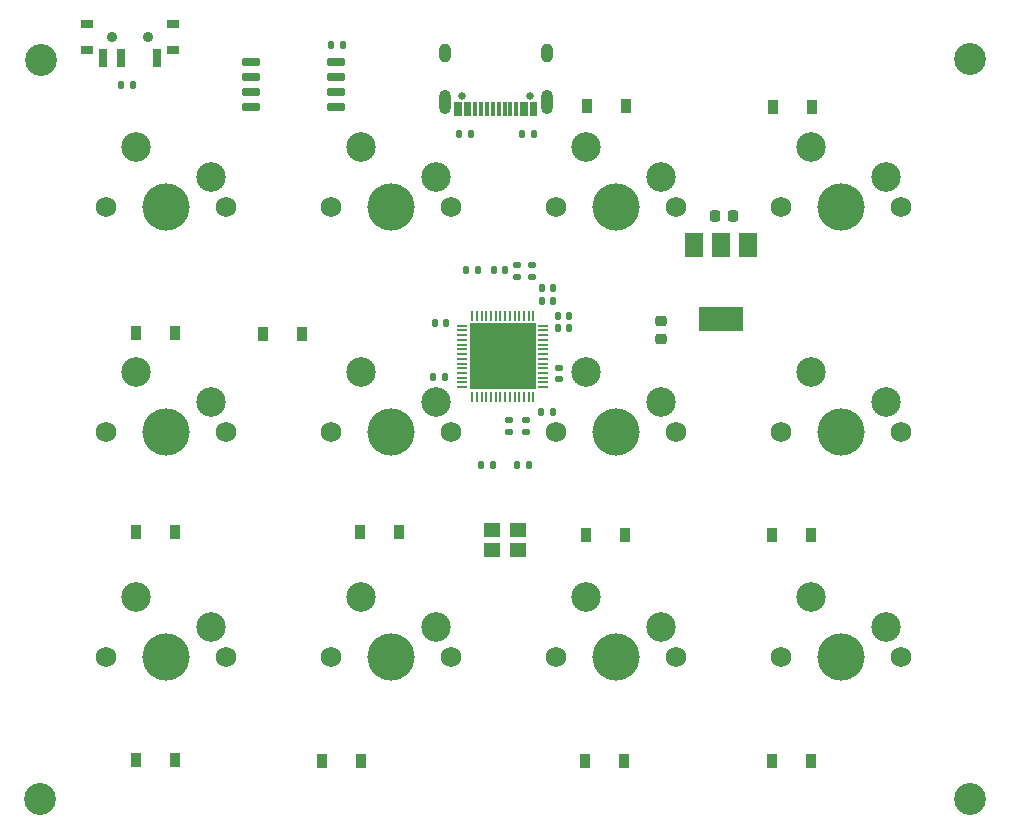
<source format=gbr>
%TF.GenerationSoftware,KiCad,Pcbnew,(6.0.10)*%
%TF.CreationDate,2023-01-10T16:59:13+01:00*%
%TF.ProjectId,rp2040_keyboard,72703230-3430-45f6-9b65-79626f617264,rev?*%
%TF.SameCoordinates,Original*%
%TF.FileFunction,Soldermask,Top*%
%TF.FilePolarity,Negative*%
%FSLAX46Y46*%
G04 Gerber Fmt 4.6, Leading zero omitted, Abs format (unit mm)*
G04 Created by KiCad (PCBNEW (6.0.10)) date 2023-01-10 16:59:13*
%MOMM*%
%LPD*%
G01*
G04 APERTURE LIST*
G04 Aperture macros list*
%AMRoundRect*
0 Rectangle with rounded corners*
0 $1 Rounding radius*
0 $2 $3 $4 $5 $6 $7 $8 $9 X,Y pos of 4 corners*
0 Add a 4 corners polygon primitive as box body*
4,1,4,$2,$3,$4,$5,$6,$7,$8,$9,$2,$3,0*
0 Add four circle primitives for the rounded corners*
1,1,$1+$1,$2,$3*
1,1,$1+$1,$4,$5*
1,1,$1+$1,$6,$7*
1,1,$1+$1,$8,$9*
0 Add four rect primitives between the rounded corners*
20,1,$1+$1,$2,$3,$4,$5,0*
20,1,$1+$1,$4,$5,$6,$7,0*
20,1,$1+$1,$6,$7,$8,$9,0*
20,1,$1+$1,$8,$9,$2,$3,0*%
G04 Aperture macros list end*
%ADD10C,1.750000*%
%ADD11C,4.000000*%
%ADD12C,2.500000*%
%ADD13R,0.700000X1.500000*%
%ADD14R,1.000000X0.800000*%
%ADD15C,0.900000*%
%ADD16C,2.700000*%
%ADD17RoundRect,0.135000X0.185000X-0.135000X0.185000X0.135000X-0.185000X0.135000X-0.185000X-0.135000X0*%
%ADD18R,0.900000X1.200000*%
%ADD19RoundRect,0.140000X0.140000X0.170000X-0.140000X0.170000X-0.140000X-0.170000X0.140000X-0.170000X0*%
%ADD20RoundRect,0.140000X0.170000X-0.140000X0.170000X0.140000X-0.170000X0.140000X-0.170000X-0.140000X0*%
%ADD21RoundRect,0.225000X-0.225000X-0.250000X0.225000X-0.250000X0.225000X0.250000X-0.225000X0.250000X0*%
%ADD22R,1.500000X2.000000*%
%ADD23R,3.800000X2.000000*%
%ADD24RoundRect,0.140000X-0.140000X-0.170000X0.140000X-0.170000X0.140000X0.170000X-0.140000X0.170000X0*%
%ADD25RoundRect,0.135000X-0.135000X-0.185000X0.135000X-0.185000X0.135000X0.185000X-0.135000X0.185000X0*%
%ADD26C,0.650000*%
%ADD27R,0.300000X1.150000*%
%ADD28O,1.000000X2.100000*%
%ADD29O,1.000000X1.600000*%
%ADD30RoundRect,0.140000X-0.170000X0.140000X-0.170000X-0.140000X0.170000X-0.140000X0.170000X0.140000X0*%
%ADD31RoundRect,0.135000X0.135000X0.185000X-0.135000X0.185000X-0.135000X-0.185000X0.135000X-0.185000X0*%
%ADD32RoundRect,0.150000X-0.650000X-0.150000X0.650000X-0.150000X0.650000X0.150000X-0.650000X0.150000X0*%
%ADD33RoundRect,0.225000X-0.250000X0.225000X-0.250000X-0.225000X0.250000X-0.225000X0.250000X0.225000X0*%
%ADD34RoundRect,0.050000X-0.387500X-0.050000X0.387500X-0.050000X0.387500X0.050000X-0.387500X0.050000X0*%
%ADD35RoundRect,0.050000X-0.050000X-0.387500X0.050000X-0.387500X0.050000X0.387500X-0.050000X0.387500X0*%
%ADD36R,5.600000X5.600000*%
%ADD37R,1.400000X1.200000*%
G04 APERTURE END LIST*
D10*
%TO.C,SW1*%
X111506000Y-59690000D03*
D11*
X116586000Y-59690000D03*
D10*
X121666000Y-59690000D03*
D12*
X120396000Y-57150000D03*
X114046000Y-54610000D03*
%TD*%
D13*
%TO.C,SW13*%
X54138000Y-47091600D03*
X55638000Y-47091600D03*
X58638000Y-47091600D03*
D14*
X52738000Y-44231600D03*
X60038000Y-46441600D03*
X52738000Y-46441600D03*
D15*
X57888000Y-45331600D03*
X54888000Y-45331600D03*
D14*
X60038000Y-44231600D03*
%TD*%
D16*
%TO.C,H4*%
X48768000Y-109829600D03*
%TD*%
%TO.C,H3*%
X127508000Y-109829600D03*
%TD*%
%TO.C,H2*%
X127508000Y-47167800D03*
%TD*%
%TO.C,H1*%
X48869600Y-47244000D03*
%TD*%
D17*
%TO.C,R1*%
X89174000Y-65583000D03*
X89174000Y-64563000D03*
%TD*%
D18*
%TO.C,D2*%
X95098600Y-51130200D03*
X98398600Y-51130200D03*
%TD*%
D19*
%TO.C,C12*%
X87094000Y-81534000D03*
X86134000Y-81534000D03*
%TD*%
%TO.C,C1*%
X88138000Y-65024000D03*
X87178000Y-65024000D03*
%TD*%
%TO.C,C5*%
X83030000Y-74066400D03*
X82070000Y-74066400D03*
%TD*%
D20*
%TO.C,C8*%
X89916000Y-78712000D03*
X89916000Y-77752000D03*
%TD*%
D21*
%TO.C,C14*%
X105905000Y-60452000D03*
X107455000Y-60452000D03*
%TD*%
D22*
%TO.C,U2*%
X108726000Y-62890000D03*
X106426000Y-62890000D03*
D23*
X106426000Y-69190000D03*
D22*
X104126000Y-62890000D03*
%TD*%
D18*
%TO.C,D5*%
X110719600Y-87503000D03*
X114019600Y-87503000D03*
%TD*%
%TO.C,D6*%
X98297000Y-87503000D03*
X94997000Y-87503000D03*
%TD*%
%TO.C,D8*%
X60171600Y-87223600D03*
X56871600Y-87223600D03*
%TD*%
D17*
%TO.C,R2*%
X90424000Y-65583000D03*
X90424000Y-64563000D03*
%TD*%
D24*
%TO.C,C10*%
X91242000Y-66576000D03*
X92202000Y-66576000D03*
%TD*%
D18*
%TO.C,D1*%
X110795800Y-51231800D03*
X114095800Y-51231800D03*
%TD*%
D25*
%TO.C,R7*%
X56669400Y-49403000D03*
X55649400Y-49403000D03*
%TD*%
%TO.C,R4*%
X90629200Y-53492400D03*
X89609200Y-53492400D03*
%TD*%
D26*
%TO.C,J1*%
X90240000Y-50331600D03*
X84460000Y-50331600D03*
D27*
X90700000Y-51396600D03*
X89900000Y-51396600D03*
X88600000Y-51396600D03*
X87600000Y-51396600D03*
X87100000Y-51396600D03*
X86100000Y-51396600D03*
X84800000Y-51396600D03*
X84000000Y-51396600D03*
X84300000Y-51396600D03*
X85100000Y-51396600D03*
X85600000Y-51396600D03*
X86600000Y-51396600D03*
X88100000Y-51396600D03*
X89100000Y-51396600D03*
X89600000Y-51396600D03*
X90400000Y-51396600D03*
D28*
X91670000Y-50831600D03*
D29*
X83030000Y-46651600D03*
D28*
X83030000Y-50831600D03*
D29*
X91670000Y-46651600D03*
%TD*%
D30*
%TO.C,C4*%
X92710000Y-73332400D03*
X92710000Y-74292400D03*
%TD*%
D24*
%TO.C,C16*%
X73434000Y-45974000D03*
X74394000Y-45974000D03*
%TD*%
%TO.C,C11*%
X92202000Y-67668200D03*
X91242000Y-67668200D03*
%TD*%
%TO.C,C3*%
X92611000Y-69951600D03*
X93571000Y-69951600D03*
%TD*%
D18*
%TO.C,D10*%
X98195400Y-106603800D03*
X94895400Y-106603800D03*
%TD*%
D30*
%TO.C,C2*%
X88468200Y-78712000D03*
X88468200Y-77752000D03*
%TD*%
D31*
%TO.C,R5*%
X84275200Y-53492400D03*
X85295200Y-53492400D03*
%TD*%
D18*
%TO.C,D12*%
X60197000Y-106527600D03*
X56897000Y-106527600D03*
%TD*%
D32*
%TO.C,U3*%
X66600000Y-47395000D03*
X66600000Y-48665000D03*
X66600000Y-49935000D03*
X66600000Y-51205000D03*
X73800000Y-51205000D03*
X73800000Y-49935000D03*
X73800000Y-48665000D03*
X73800000Y-47395000D03*
%TD*%
D24*
%TO.C,C13*%
X89182000Y-81534000D03*
X90142000Y-81534000D03*
%TD*%
D18*
%TO.C,D4*%
X60222400Y-70383400D03*
X56922400Y-70383400D03*
%TD*%
D33*
%TO.C,C15*%
X101346000Y-69329000D03*
X101346000Y-70879000D03*
%TD*%
D34*
%TO.C,U1*%
X84512500Y-69748000D03*
X84512500Y-70148000D03*
X84512500Y-70548000D03*
X84512500Y-70948000D03*
X84512500Y-71348000D03*
X84512500Y-71748000D03*
X84512500Y-72148000D03*
X84512500Y-72548000D03*
X84512500Y-72948000D03*
X84512500Y-73348000D03*
X84512500Y-73748000D03*
X84512500Y-74148000D03*
X84512500Y-74548000D03*
X84512500Y-74948000D03*
D35*
X85350000Y-75785500D03*
X85750000Y-75785500D03*
X86150000Y-75785500D03*
X86550000Y-75785500D03*
X86950000Y-75785500D03*
X87350000Y-75785500D03*
X87750000Y-75785500D03*
X88150000Y-75785500D03*
X88550000Y-75785500D03*
X88950000Y-75785500D03*
X89350000Y-75785500D03*
X89750000Y-75785500D03*
X90150000Y-75785500D03*
X90550000Y-75785500D03*
D34*
X91387500Y-74948000D03*
X91387500Y-74548000D03*
X91387500Y-74148000D03*
X91387500Y-73748000D03*
X91387500Y-73348000D03*
X91387500Y-72948000D03*
X91387500Y-72548000D03*
X91387500Y-72148000D03*
X91387500Y-71748000D03*
X91387500Y-71348000D03*
X91387500Y-70948000D03*
X91387500Y-70548000D03*
X91387500Y-70148000D03*
X91387500Y-69748000D03*
D35*
X90550000Y-68910500D03*
X90150000Y-68910500D03*
X89750000Y-68910500D03*
X89350000Y-68910500D03*
X88950000Y-68910500D03*
X88550000Y-68910500D03*
X88150000Y-68910500D03*
X87750000Y-68910500D03*
X87350000Y-68910500D03*
X86950000Y-68910500D03*
X86550000Y-68910500D03*
X86150000Y-68910500D03*
X85750000Y-68910500D03*
X85350000Y-68910500D03*
D36*
X87950000Y-72348000D03*
%TD*%
D19*
%TO.C,C9*%
X85824000Y-65024000D03*
X84864000Y-65024000D03*
%TD*%
D31*
%TO.C,R3*%
X92176600Y-77089000D03*
X91156600Y-77089000D03*
%TD*%
D24*
%TO.C,C7*%
X92611000Y-68884800D03*
X93571000Y-68884800D03*
%TD*%
D18*
%TO.C,D9*%
X110719600Y-106603800D03*
X114019600Y-106603800D03*
%TD*%
%TO.C,D11*%
X72670400Y-106603800D03*
X75970400Y-106603800D03*
%TD*%
D19*
%TO.C,C6*%
X83131600Y-69494400D03*
X82171600Y-69494400D03*
%TD*%
D18*
%TO.C,D3*%
X67641200Y-70434200D03*
X70941200Y-70434200D03*
%TD*%
%TO.C,D7*%
X79196200Y-87249000D03*
X75896200Y-87249000D03*
%TD*%
D37*
%TO.C,Y1*%
X87038000Y-88734000D03*
X89238000Y-88734000D03*
X89238000Y-87034000D03*
X87038000Y-87034000D03*
%TD*%
D11*
%TO.C,SW7*%
X78486000Y-78740000D03*
D10*
X73406000Y-78740000D03*
X83566000Y-78740000D03*
D12*
X82296000Y-76200000D03*
X75946000Y-73660000D03*
%TD*%
D10*
%TO.C,SW5*%
X121666000Y-78740000D03*
D11*
X116586000Y-78740000D03*
D10*
X111506000Y-78740000D03*
D12*
X120396000Y-76200000D03*
X114046000Y-73660000D03*
%TD*%
D11*
%TO.C,SW2*%
X97536000Y-59690000D03*
D10*
X92456000Y-59690000D03*
X102616000Y-59690000D03*
D12*
X101346000Y-57150000D03*
X94996000Y-54610000D03*
%TD*%
D10*
%TO.C,SW6*%
X102616000Y-78740000D03*
D11*
X97536000Y-78740000D03*
D10*
X92456000Y-78740000D03*
D12*
X101346000Y-76200000D03*
X94996000Y-73660000D03*
%TD*%
D10*
%TO.C,SW10*%
X92456000Y-97790000D03*
D11*
X97536000Y-97790000D03*
D10*
X102616000Y-97790000D03*
D12*
X101346000Y-95250000D03*
X94996000Y-92710000D03*
%TD*%
D11*
%TO.C,SW8*%
X59436000Y-78740000D03*
D10*
X54356000Y-78740000D03*
X64516000Y-78740000D03*
D12*
X63246000Y-76200000D03*
X56896000Y-73660000D03*
%TD*%
D10*
%TO.C,SW11*%
X83566000Y-97790000D03*
X73406000Y-97790000D03*
D11*
X78486000Y-97790000D03*
D12*
X82296000Y-95250000D03*
X75946000Y-92710000D03*
%TD*%
D10*
%TO.C,SW9*%
X121666000Y-97790000D03*
X111506000Y-97790000D03*
D11*
X116586000Y-97790000D03*
D12*
X120396000Y-95250000D03*
X114046000Y-92710000D03*
%TD*%
D10*
%TO.C,SW12*%
X54356000Y-97790000D03*
X64516000Y-97790000D03*
D11*
X59436000Y-97790000D03*
D12*
X63246000Y-95250000D03*
X56896000Y-92710000D03*
%TD*%
%TO.C,SW4*%
X56896000Y-54610000D03*
X63246000Y-57150000D03*
D10*
X54356000Y-59690000D03*
D11*
X59436000Y-59690000D03*
D10*
X64516000Y-59690000D03*
%TD*%
%TO.C,SW3*%
X83566000Y-59690000D03*
D11*
X78486000Y-59690000D03*
D10*
X73406000Y-59690000D03*
D12*
X82296000Y-57150000D03*
X75946000Y-54610000D03*
%TD*%
M02*

</source>
